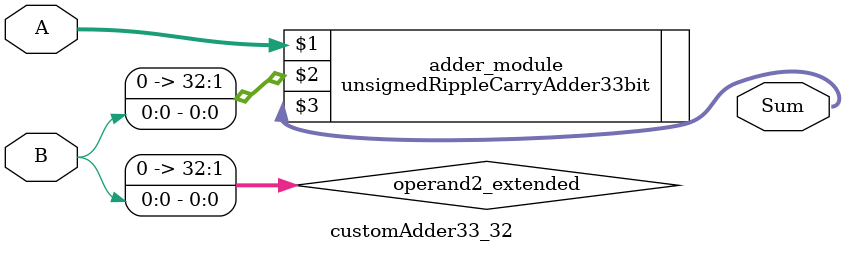
<source format=v>
module customAdder33_32(
                        input [32 : 0] A,
                        input [0 : 0] B,
                        
                        output [33 : 0] Sum
                );

        wire [32 : 0] operand2_extended;
        
        assign operand2_extended =  {32'b0, B};
        
        unsignedRippleCarryAdder33bit adder_module(
            A,
            operand2_extended,
            Sum
        );
        
        endmodule
        
</source>
